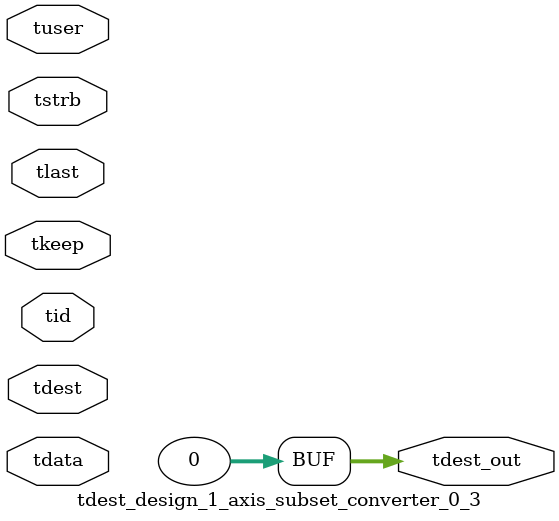
<source format=v>


`timescale 1ps/1ps

module tdest_design_1_axis_subset_converter_0_3 #
(
parameter C_S_AXIS_TDATA_WIDTH = 32,
parameter C_S_AXIS_TUSER_WIDTH = 0,
parameter C_S_AXIS_TID_WIDTH   = 0,
parameter C_S_AXIS_TDEST_WIDTH = 0,
parameter C_M_AXIS_TDEST_WIDTH = 32
)
(
input  [(C_S_AXIS_TDATA_WIDTH == 0 ? 1 : C_S_AXIS_TDATA_WIDTH)-1:0     ] tdata,
input  [(C_S_AXIS_TUSER_WIDTH == 0 ? 1 : C_S_AXIS_TUSER_WIDTH)-1:0     ] tuser,
input  [(C_S_AXIS_TID_WIDTH   == 0 ? 1 : C_S_AXIS_TID_WIDTH)-1:0       ] tid,
input  [(C_S_AXIS_TDEST_WIDTH == 0 ? 1 : C_S_AXIS_TDEST_WIDTH)-1:0     ] tdest,
input  [(C_S_AXIS_TDATA_WIDTH/8)-1:0 ] tkeep,
input  [(C_S_AXIS_TDATA_WIDTH/8)-1:0 ] tstrb,
input                                                                    tlast,
output [C_M_AXIS_TDEST_WIDTH-1:0] tdest_out
);

assign tdest_out = {1'b0};

endmodule


</source>
